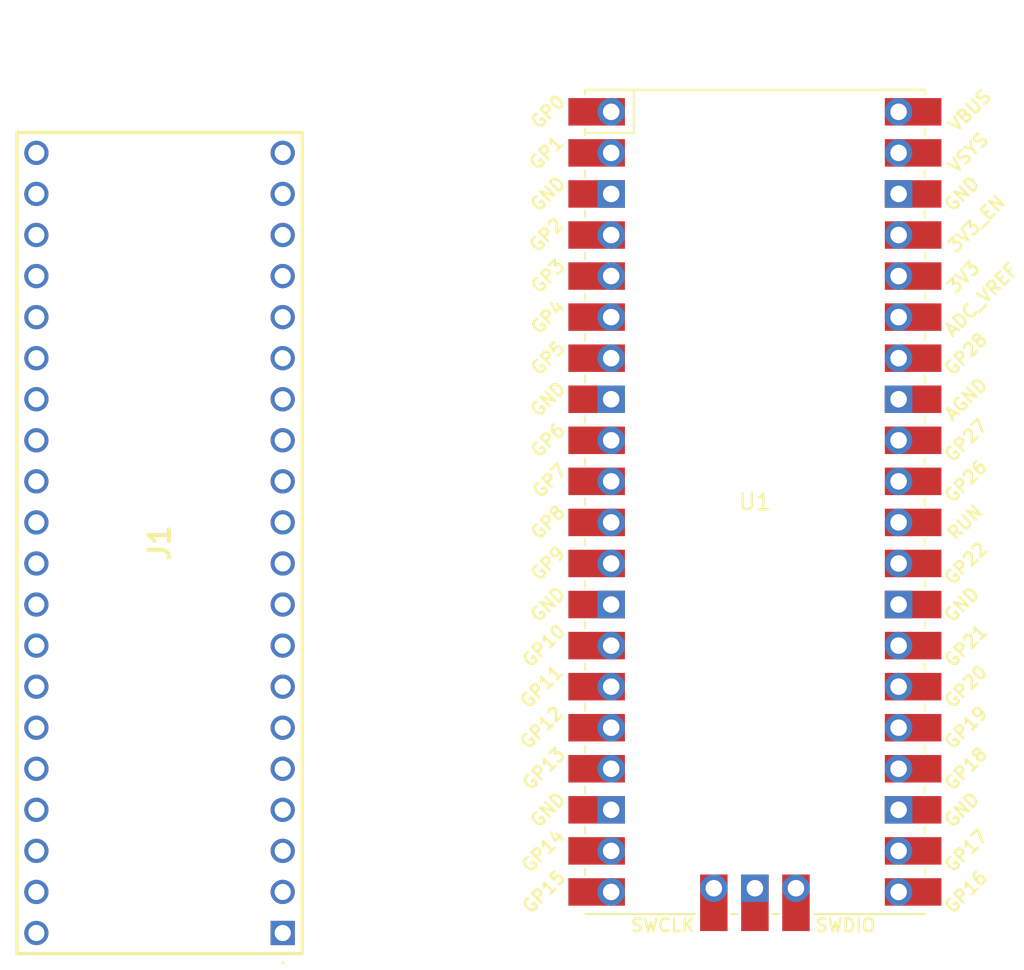
<source format=kicad_pcb>
(kicad_pcb (version 20221018) (generator pcbnew)
  (layers (0 "F.Cu" signal) (31 "B.Cu" signal) (34 "B.Paste" user) (35 "F.Paste" user) (36 "B.SilkS" user "B.Silkscreen") (37 "F.SilkS" user "F.Silkscreen") (38 "B.Mask" user) (39 "F.Mask" user) (44 "Edge.Cuts" user))
  (net 0 "")
  (footprint "Z-ICS0S40P-W000:ZICS0S40PW000" (layer "F.Cu") (at 88.9 111.76 90)
    (fp_text reference "J1" (at 24.13 -7.62 90) (layer "F.SilkS") (effects (font (size 1.27 1.27) (thickness 0.254))))
    (fp_text value "Z-ICS0S40P-W000" hide)
    (fp_line (start -1.9 0) (end -1.9 0) (stroke (width 0.1)) (layer "F.SilkS"))
    (fp_line (start -1.8 0) (end -1.8 0) (stroke (width 0.1)) (layer "F.SilkS"))
    (fp_line (start -1.27 -16.44) (end 49.53 -16.44) (stroke (width 0.2)) (layer "F.SilkS"))
    (fp_line (start -1.27 1.2) (end -1.27 -16.44) (stroke (width 0.2)) (layer "F.SilkS"))
    (fp_line (start 49.53 -16.44) (end 49.53 1.2) (stroke (width 0.2)) (layer "F.SilkS"))
    (fp_line (start 49.53 1.2) (end -1.27 1.2) (stroke (width 0.2)) (layer "F.SilkS"))
    (fp_arc (start -1.9 0) (mid -1.85 -0.05) (end -1.8 0) (stroke (width 0.1)) (layer "F.SilkS"))
    (fp_arc (start -1.8 0) (mid -1.85 0.05) (end -1.9 0) (stroke (width 0.1)) (layer "F.SilkS"))
    (pad "1" thru_hole rect (at 0 0 90) (size 1.5 1.5) (drill 1) (layers "*.Cu" "*.Mask"))
    (pad "2" thru_hole circle (at 2.54 0 90) (size 1.5 1.5) (drill 1) (layers "*.Cu" "*.Mask"))
    (pad "3" thru_hole circle (at 5.08 0 90) (size 1.5 1.5) (drill 1) (layers "*.Cu" "*.Mask"))
    (pad "4" thru_hole circle (at 7.62 0 90) (size 1.5 1.5) (drill 1) (layers "*.Cu" "*.Mask"))
    (pad "5" thru_hole circle (at 10.16 0 90) (size 1.5 1.5) (drill 1) (layers "*.Cu" "*.Mask"))
    (pad "6" thru_hole circle (at 12.7 0 90) (size 1.5 1.5) (drill 1) (layers "*.Cu" "*.Mask"))
    (pad "7" thru_hole circle (at 15.24 0 90) (size 1.5 1.5) (drill 1) (layers "*.Cu" "*.Mask"))
    (pad "8" thru_hole circle (at 17.78 0 90) (size 1.5 1.5) (drill 1) (layers "*.Cu" "*.Mask"))
    (pad "9" thru_hole circle (at 20.32 0 90) (size 1.5 1.5) (drill 1) (layers "*.Cu" "*.Mask"))
    (pad "10" thru_hole circle (at 22.86 0 90) (size 1.5 1.5) (drill 1) (layers "*.Cu" "*.Mask"))
    (pad "11" thru_hole circle (at 25.4 0 90) (size 1.5 1.5) (drill 1) (layers "*.Cu" "*.Mask"))
    (pad "12" thru_hole circle (at 27.94 0 90) (size 1.5 1.5) (drill 1) (layers "*.Cu" "*.Mask"))
    (pad "13" thru_hole circle (at 30.48 0 90) (size 1.5 1.5) (drill 1) (layers "*.Cu" "*.Mask"))
    (pad "14" thru_hole circle (at 33.02 0 90) (size 1.5 1.5) (drill 1) (layers "*.Cu" "*.Mask"))
    (pad "15" thru_hole circle (at 35.56 0 90) (size 1.5 1.5) (drill 1) (layers "*.Cu" "*.Mask"))
    (pad "16" thru_hole circle (at 38.1 0 90) (size 1.5 1.5) (drill 1) (layers "*.Cu" "*.Mask"))
    (pad "17" thru_hole circle (at 40.64 0 90) (size 1.5 1.5) (drill 1) (layers "*.Cu" "*.Mask"))
    (pad "18" thru_hole circle (at 43.18 0 90) (size 1.5 1.5) (drill 1) (layers "*.Cu" "*.Mask"))
    (pad "19" thru_hole circle (at 45.72 0 90) (size 1.5 1.5) (drill 1) (layers "*.Cu" "*.Mask"))
    (pad "20" thru_hole circle (at 48.26 0 90) (size 1.5 1.5) (drill 1) (layers "*.Cu" "*.Mask"))
    (pad "21" thru_hole circle (at 48.26 -15.24 90) (size 1.5 1.5) (drill 1) (layers "*.Cu" "*.Mask"))
    (pad "22" thru_hole circle (at 45.72 -15.24 90) (size 1.5 1.5) (drill 1) (layers "*.Cu" "*.Mask"))
    (pad "23" thru_hole circle (at 43.18 -15.24 90) (size 1.5 1.5) (drill 1) (layers "*.Cu" "*.Mask"))
    (pad "24" thru_hole circle (at 40.64 -15.24 90) (size 1.5 1.5) (drill 1) (layers "*.Cu" "*.Mask"))
    (pad "25" thru_hole circle (at 38.1 -15.24 90) (size 1.5 1.5) (drill 1) (layers "*.Cu" "*.Mask"))
    (pad "26" thru_hole circle (at 35.56 -15.24 90) (size 1.5 1.5) (drill 1) (layers "*.Cu" "*.Mask"))
    (pad "27" thru_hole circle (at 33.02 -15.24 90) (size 1.5 1.5) (drill 1) (layers "*.Cu" "*.Mask"))
    (pad "28" thru_hole circle (at 30.48 -15.24 90) (size 1.5 1.5) (drill 1) (layers "*.Cu" "*.Mask"))
    (pad "29" thru_hole circle (at 27.94 -15.24 90) (size 1.5 1.5) (drill 1) (layers "*.Cu" "*.Mask"))
    (pad "30" thru_hole circle (at 25.4 -15.24 90) (size 1.5 1.5) (drill 1) (layers "*.Cu" "*.Mask"))
    (pad "31" thru_hole circle (at 22.86 -15.24 90) (size 1.5 1.5) (drill 1) (layers "*.Cu" "*.Mask"))
    (pad "32" thru_hole circle (at 20.32 -15.24 90) (size 1.5 1.5) (drill 1) (layers "*.Cu" "*.Mask"))
    (pad "33" thru_hole circle (at 17.78 -15.24 90) (size 1.5 1.5) (drill 1) (layers "*.Cu" "*.Mask"))
    (pad "34" thru_hole circle (at 15.24 -15.24 90) (size 1.5 1.5) (drill 1) (layers "*.Cu" "*.Mask"))
    (pad "35" thru_hole circle (at 12.7 -15.24 90) (size 1.5 1.5) (drill 1) (layers "*.Cu" "*.Mask"))
    (pad "36" thru_hole circle (at 10.16 -15.24 90) (size 1.5 1.5) (drill 1) (layers "*.Cu" "*.Mask"))
    (pad "37" thru_hole circle (at 7.62 -15.24 90) (size 1.5 1.5) (drill 1) (layers "*.Cu" "*.Mask"))
    (pad "38" thru_hole circle (at 5.08 -15.24 90) (size 1.5 1.5) (drill 1) (layers "*.Cu" "*.Mask"))
    (pad "39" thru_hole circle (at 2.54 -15.24 90) (size 1.5 1.5) (drill 1) (layers "*.Cu" "*.Mask"))
    (pad "40" thru_hole circle (at 0 -15.24 90) (size 1.5 1.5) (drill 1) (layers "*.Cu" "*.Mask"))
  )
  (footprint "MCU_RaspberryPi_and_Boards:RPi_Pico_SMD_TH" (layer "F.Cu") (at 118.11 85.09)
    (fp_text reference "U1" (at 0 0) (layer "F.SilkS"))
    (fp_text value "Pico")
    (fp_text user "GP6" (at -12.8 -3.81 45) (layer "F.SilkS") (effects (font (size 0.8 0.8))))
    (fp_text user "GND" (at 12.8 6.35 45) (layer "F.SilkS") (effects (font (size 0.8 0.8))))
    (fp_text user "GP26" (at 13.054 -1.27 45) (layer "F.SilkS") (effects (font (size 0.8 0.8))))
    (fp_text user "SWDIO" (at 5.6 26.2) (layer "F.SilkS") (effects (font (size 0.8 0.8))))
    (fp_text user "GP14" (at -13.1 21.59 45) (layer "F.SilkS") (effects (font (size 0.8 0.8))))
    (fp_text user "GND" (at -12.8 -19.05 45) (layer "F.SilkS") (effects (font (size 0.8 0.8))))
    (fp_text user "GP2" (at -12.9 -16.51 45) (layer "F.SilkS") (effects (font (size 0.8 0.8))))
    (fp_text user "GP15" (at -13.054 24.13 45) (layer "F.SilkS") (effects (font (size 0.8 0.8))))
    (fp_text user "AGND" (at 13.054 -6.35 45) (layer "F.SilkS") (effects (font (size 0.8 0.8))))
    (fp_text user "GP13" (at -13.054 16.51 45) (layer "F.SilkS") (effects (font (size 0.8 0.8))))
    (fp_text user "GND" (at -12.8 19.05 45) (layer "F.SilkS") (effects (font (size 0.8 0.8))))
    (fp_text user "SWCLK" (at -5.7 26.2) (layer "F.SilkS") (effects (font (size 0.8 0.8))))
    (fp_text user "3V3_EN" (at 13.7 -17.2 45) (layer "F.SilkS") (effects (font (size 0.8 0.8))))
    (fp_text user "RUN" (at 13 1.27 45) (layer "F.SilkS") (effects (font (size 0.8 0.8))))
    (fp_text user "GP20" (at 13.054 11.43 45) (layer "F.SilkS") (effects (font (size 0.8 0.8))))
    (fp_text user "GP8" (at -12.8 1.27 45) (layer "F.SilkS") (effects (font (size 0.8 0.8))))
    (fp_text user "GP17" (at 13.054 21.59 45) (layer "F.SilkS") (effects (font (size 0.8 0.8))))
    (fp_text user "GP10" (at -13.054 8.89 45) (layer "F.SilkS") (effects (font (size 0.8 0.8))))
    (fp_text user "VBUS" (at 13.3 -24.2 45) (layer "F.SilkS") (effects (font (size 0.8 0.8))))
    (fp_text user "GP12" (at -13.2 13.97 45) (layer "F.SilkS") (effects (font (size 0.8 0.8))))
    (fp_text user "GP9" (at -12.8 3.81 45) (layer "F.SilkS") (effects (font (size 0.8 0.8))))
    (fp_text user "GP22" (at 13.054 3.81 45) (layer "F.SilkS") (effects (font (size 0.8 0.8))))
    (fp_text user "GP27" (at 13.054 -3.8 45) (layer "F.SilkS") (effects (font (size 0.8 0.8))))
    (fp_text user "GP18" (at 13.054 16.51 45) (layer "F.SilkS") (effects (font (size 0.8 0.8))))
    (fp_text user "GP7" (at -12.7 -1.3 45) (layer "F.SilkS") (effects (font (size 0.8 0.8))))
    (fp_text user "GND" (at 12.8 -19.05 45) (layer "F.SilkS") (effects (font (size 0.8 0.8))))
    (fp_text user "GP0" (at -12.8 -24.13 45) (layer "F.SilkS") (effects (font (size 0.8 0.8))))
    (fp_text user "GND" (at -12.8 -6.35 45) (layer "F.SilkS") (effects (font (size 0.8 0.8))))
    (fp_text user "3V3" (at 12.9 -13.9 45) (layer "F.SilkS") (effects (font (size 0.8 0.8))))
    (fp_text user "GP5" (at -12.8 -8.89 45) (layer "F.SilkS") (effects (font (size 0.8 0.8))))
    (fp_text user "VSYS" (at 13.2 -21.59 45) (layer "F.SilkS") (effects (font (size 0.8 0.8))))
    (fp_text user "GP11" (at -13.2 11.43 45) (layer "F.SilkS") (effects (font (size 0.8 0.8))))
    (fp_text user "GP4" (at -12.8 -11.43 45) (layer "F.SilkS") (effects (font (size 0.8 0.8))))
    (fp_text user "GP28" (at 13.054 -9.144 45) (layer "F.SilkS") (effects (font (size 0.8 0.8))))
    (fp_text user "GP19" (at 13.054 13.97 45) (layer "F.SilkS") (effects (font (size 0.8 0.8))))
    (fp_text user "GP1" (at -12.9 -21.6 45) (layer "F.SilkS") (effects (font (size 0.8 0.8))))
    (fp_text user "ADC_VREF" (at 14 -12.5 45) (layer "F.SilkS") (effects (font (size 0.8 0.8))))
    (fp_text user "GND" (at 12.8 19.05 45) (layer "F.SilkS") (effects (font (size 0.8 0.8))))
    (fp_text user "GND" (at -12.8 6.35 45) (layer "F.SilkS") (effects (font (size 0.8 0.8))))
    (fp_text user "GP16" (at 13.054 24.13 45) (layer "F.SilkS") (effects (font (size 0.8 0.8))))
    (fp_text user "GP3" (at -12.8 -13.97 45) (layer "F.SilkS") (effects (font (size 0.8 0.8))))
    (fp_text user "GP21" (at 13.054 8.9 45) (layer "F.SilkS") (effects (font (size 0.8 0.8))))
    (fp_line (start -10.5 -25.5) (end -10.5 -25.2) (stroke (width 0.12)) (layer "F.SilkS"))
    (fp_line (start -10.5 -25.5) (end 10.5 -25.5) (stroke (width 0.12)) (layer "F.SilkS"))
    (fp_line (start -10.5 -23.1) (end -10.5 -22.7) (stroke (width 0.12)) (layer "F.SilkS"))
    (fp_line (start -10.5 -22.833) (end -7.493 -22.833) (stroke (width 0.12)) (layer "F.SilkS"))
    (fp_line (start -10.5 -20.5) (end -10.5 -20.1) (stroke (width 0.12)) (layer "F.SilkS"))
    (fp_line (start -10.5 -18) (end -10.5 -17.6) (stroke (width 0.12)) (layer "F.SilkS"))
    (fp_line (start -10.5 -15.4) (end -10.5 -15) (stroke (width 0.12)) (layer "F.SilkS"))
    (fp_line (start -10.5 -12.9) (end -10.5 -12.5) (stroke (width 0.12)) (layer "F.SilkS"))
    (fp_line (start -10.5 -10.4) (end -10.5 -10) (stroke (width 0.12)) (layer "F.SilkS"))
    (fp_line (start -10.5 -7.8) (end -10.5 -7.4) (stroke (width 0.12)) (layer "F.SilkS"))
    (fp_line (start -10.5 -5.3) (end -10.5 -4.9) (stroke (width 0.12)) (layer "F.SilkS"))
    (fp_line (start -10.5 -2.7) (end -10.5 -2.3) (stroke (width 0.12)) (layer "F.SilkS"))
    (fp_line (start -10.5 -0.2) (end -10.5 0.2) (stroke (width 0.12)) (layer "F.SilkS"))
    (fp_line (start -10.5 2.3) (end -10.5 2.7) (stroke (width 0.12)) (layer "F.SilkS"))
    (fp_line (start -10.5 4.9) (end -10.5 5.3) (stroke (width 0.12)) (layer "F.SilkS"))
    (fp_line (start -10.5 7.4) (end -10.5 7.8) (stroke (width 0.12)) (layer "F.SilkS"))
    (fp_line (start -10.5 10) (end -10.5 10.4) (stroke (width 0.12)) (layer "F.SilkS"))
    (fp_line (start -10.5 12.5) (end -10.5 12.9) (stroke (width 0.12)) (layer "F.SilkS"))
    (fp_line (start -10.5 15.1) (end -10.5 15.5) (stroke (width 0.12)) (layer "F.SilkS"))
    (fp_line (start -10.5 17.6) (end -10.5 18) (stroke (width 0.12)) (layer "F.SilkS"))
    (fp_line (start -10.5 20.1) (end -10.5 20.5) (stroke (width 0.12)) (layer "F.SilkS"))
    (fp_line (start -10.5 22.7) (end -10.5 23.1) (stroke (width 0.12)) (layer "F.SilkS"))
    (fp_line (start -7.493 -22.833) (end -7.493 -25.5) (stroke (width 0.12)) (layer "F.SilkS"))
    (fp_line (start -3.7 25.5) (end -10.5 25.5) (stroke (width 0.12)) (layer "F.SilkS"))
    (fp_line (start -1.5 25.5) (end -1.1 25.5) (stroke (width 0.12)) (layer "F.SilkS"))
    (fp_line (start 1.1 25.5) (end 1.5 25.5) (stroke (width 0.12)) (layer "F.SilkS"))
    (fp_line (start 10.5 -25.5) (end 10.5 -25.2) (stroke (width 0.12)) (layer "F.SilkS"))
    (fp_line (start 10.5 -23.1) (end 10.5 -22.7) (stroke (width 0.12)) (layer "F.SilkS"))
    (fp_line (start 10.5 -20.5) (end 10.5 -20.1) (stroke (width 0.12)) (layer "F.SilkS"))
    (fp_line (start 10.5 -18) (end 10.5 -17.6) (stroke (width 0.12)) (layer "F.SilkS"))
    (fp_line (start 10.5 -15.4) (end 10.5 -15) (stroke (width 0.12)) (layer "F.SilkS"))
    (fp_line (start 10.5 -12.9) (end 10.5 -12.5) (stroke (width 0.12)) (layer "F.SilkS"))
    (fp_line (start 10.5 -10.4) (end 10.5 -10) (stroke (width 0.12)) (layer "F.SilkS"))
    (fp_line (start 10.5 -7.8) (end 10.5 -7.4) (stroke (width 0.12)) (layer "F.SilkS"))
    (fp_line (start 10.5 -5.3) (end 10.5 -4.9) (stroke (width 0.12)) (layer "F.SilkS"))
    (fp_line (start 10.5 -2.7) (end 10.5 -2.3) (stroke (width 0.12)) (layer "F.SilkS"))
    (fp_line (start 10.5 -0.2) (end 10.5 0.2) (stroke (width 0.12)) (layer "F.SilkS"))
    (fp_line (start 10.5 2.3) (end 10.5 2.7) (stroke (width 0.12)) (layer "F.SilkS"))
    (fp_line (start 10.5 4.9) (end 10.5 5.3) (stroke (width 0.12)) (layer "F.SilkS"))
    (fp_line (start 10.5 7.4) (end 10.5 7.8) (stroke (width 0.12)) (layer "F.SilkS"))
    (fp_line (start 10.5 10) (end 10.5 10.4) (stroke (width 0.12)) (layer "F.SilkS"))
    (fp_line (start 10.5 12.5) (end 10.5 12.9) (stroke (width 0.12)) (layer "F.SilkS"))
    (fp_line (start 10.5 15.1) (end 10.5 15.5) (stroke (width 0.12)) (layer "F.SilkS"))
    (fp_line (start 10.5 17.6) (end 10.5 18) (stroke (width 0.12)) (layer "F.SilkS"))
    (fp_line (start 10.5 20.1) (end 10.5 20.5) (stroke (width 0.12)) (layer "F.SilkS"))
    (fp_line (start 10.5 22.7) (end 10.5 23.1) (stroke (width 0.12)) (layer "F.SilkS"))
    (fp_line (start 10.5 25.5) (end 3.7 25.5) (stroke (width 0.12)) (layer "F.SilkS"))
    (pad "" np_thru_hole oval (at -2.725 -24) (size 1.8 1.8) (drill 1.8) (layers "*.Cu" "*.Mask"))
    (pad "" np_thru_hole oval (at -2.425 -20.97) (size 1.5 1.5) (drill 1.5) (layers "*.Cu" "*.Mask"))
    (pad "" np_thru_hole oval (at 2.425 -20.97) (size 1.5 1.5) (drill 1.5) (layers "*.Cu" "*.Mask"))
    (pad "" np_thru_hole oval (at 2.725 -24) (size 1.8 1.8) (drill 1.8) (layers "*.Cu" "*.Mask"))
    (pad "1" thru_hole oval (at -8.89 -24.13) (size 1.7 1.7) (drill 1.02) (layers "*.Cu" "*.Mask"))
    (pad "1" smd rect (at -8.89 -24.13) (size 3.5 1.7) (drill (offset -0.9 0)) (layers "F.Cu" "F.Mask"))
    (pad "2" thru_hole oval (at -8.89 -21.59) (size 1.7 1.7) (drill 1.02) (layers "*.Cu" "*.Mask"))
    (pad "2" smd rect (at -8.89 -21.59) (size 3.5 1.7) (drill (offset -0.9 0)) (layers "F.Cu" "F.Mask"))
    (pad "3" thru_hole rect (at -8.89 -19.05) (size 1.7 1.7) (drill 1.02) (layers "*.Cu" "*.Mask"))
    (pad "3" smd rect (at -8.89 -19.05) (size 3.5 1.7) (drill (offset -0.9 0)) (layers "F.Cu" "F.Mask"))
    (pad "4" thru_hole oval (at -8.89 -16.51) (size 1.7 1.7) (drill 1.02) (layers "*.Cu" "*.Mask"))
    (pad "4" smd rect (at -8.89 -16.51) (size 3.5 1.7) (drill (offset -0.9 0)) (layers "F.Cu" "F.Mask"))
    (pad "5" thru_hole oval (at -8.89 -13.97) (size 1.7 1.7) (drill 1.02) (layers "*.Cu" "*.Mask"))
    (pad "5" smd rect (at -8.89 -13.97) (size 3.5 1.7) (drill (offset -0.9 0)) (layers "F.Cu" "F.Mask"))
    (pad "6" thru_hole oval (at -8.89 -11.43) (size 1.7 1.7) (drill 1.02) (layers "*.Cu" "*.Mask"))
    (pad "6" smd rect (at -8.89 -11.43) (size 3.5 1.7) (drill (offset -0.9 0)) (layers "F.Cu" "F.Mask"))
    (pad "7" thru_hole oval (at -8.89 -8.89) (size 1.7 1.7) (drill 1.02) (layers "*.Cu" "*.Mask"))
    (pad "7" smd rect (at -8.89 -8.89) (size 3.5 1.7) (drill (offset -0.9 0)) (layers "F.Cu" "F.Mask"))
    (pad "8" thru_hole rect (at -8.89 -6.35) (size 1.7 1.7) (drill 1.02) (layers "*.Cu" "*.Mask"))
    (pad "8" smd rect (at -8.89 -6.35) (size 3.5 1.7) (drill (offset -0.9 0)) (layers "F.Cu" "F.Mask"))
    (pad "9" thru_hole oval (at -8.89 -3.81) (size 1.7 1.7) (drill 1.02) (layers "*.Cu" "*.Mask"))
    (pad "9" smd rect (at -8.89 -3.81) (size 3.5 1.7) (drill (offset -0.9 0)) (layers "F.Cu" "F.Mask"))
    (pad "10" thru_hole oval (at -8.89 -1.27) (size 1.7 1.7) (drill 1.02) (layers "*.Cu" "*.Mask"))
    (pad "10" smd rect (at -8.89 -1.27) (size 3.5 1.7) (drill (offset -0.9 0)) (layers "F.Cu" "F.Mask"))
    (pad "11" thru_hole oval (at -8.89 1.27) (size 1.7 1.7) (drill 1.02) (layers "*.Cu" "*.Mask"))
    (pad "11" smd rect (at -8.89 1.27) (size 3.5 1.7) (drill (offset -0.9 0)) (layers "F.Cu" "F.Mask"))
    (pad "12" thru_hole oval (at -8.89 3.81) (size 1.7 1.7) (drill 1.02) (layers "*.Cu" "*.Mask"))
    (pad "12" smd rect (at -8.89 3.81) (size 3.5 1.7) (drill (offset -0.9 0)) (layers "F.Cu" "F.Mask"))
    (pad "13" thru_hole rect (at -8.89 6.35) (size 1.7 1.7) (drill 1.02) (layers "*.Cu" "*.Mask"))
    (pad "13" smd rect (at -8.89 6.35) (size 3.5 1.7) (drill (offset -0.9 0)) (layers "F.Cu" "F.Mask"))
    (pad "14" thru_hole oval (at -8.89 8.89) (size 1.7 1.7) (drill 1.02) (layers "*.Cu" "*.Mask"))
    (pad "14" smd rect (at -8.89 8.89) (size 3.5 1.7) (drill (offset -0.9 0)) (layers "F.Cu" "F.Mask"))
    (pad "15" thru_hole oval (at -8.89 11.43) (size 1.7 1.7) (drill 1.02) (layers "*.Cu" "*.Mask"))
    (pad "15" smd rect (at -8.89 11.43) (size 3.5 1.7) (drill (offset -0.9 0)) (layers "F.Cu" "F.Mask"))
    (pad "16" thru_hole oval (at -8.89 13.97) (size 1.7 1.7) (drill 1.02) (layers "*.Cu" "*.Mask"))
    (pad "16" smd rect (at -8.89 13.97) (size 3.5 1.7) (drill (offset -0.9 0)) (layers "F.Cu" "F.Mask"))
    (pad "17" thru_hole oval (at -8.89 16.51) (size 1.7 1.7) (drill 1.02) (layers "*.Cu" "*.Mask"))
    (pad "17" smd rect (at -8.89 16.51) (size 3.5 1.7) (drill (offset -0.9 0)) (layers "F.Cu" "F.Mask"))
    (pad "18" thru_hole rect (at -8.89 19.05) (size 1.7 1.7) (drill 1.02) (layers "*.Cu" "*.Mask"))
    (pad "18" smd rect (at -8.89 19.05) (size 3.5 1.7) (drill (offset -0.9 0)) (layers "F.Cu" "F.Mask"))
    (pad "19" thru_hole oval (at -8.89 21.59) (size 1.7 1.7) (drill 1.02) (layers "*.Cu" "*.Mask"))
    (pad "19" smd rect (at -8.89 21.59) (size 3.5 1.7) (drill (offset -0.9 0)) (layers "F.Cu" "F.Mask"))
    (pad "20" thru_hole oval (at -8.89 24.13) (size 1.7 1.7) (drill 1.02) (layers "*.Cu" "*.Mask"))
    (pad "20" smd rect (at -8.89 24.13) (size 3.5 1.7) (drill (offset -0.9 0)) (layers "F.Cu" "F.Mask"))
    (pad "21" thru_hole oval (at 8.89 24.13) (size 1.7 1.7) (drill 1.02) (layers "*.Cu" "*.Mask"))
    (pad "21" smd rect (at 8.89 24.13) (size 3.5 1.7) (drill (offset 0.9 0)) (layers "F.Cu" "F.Mask"))
    (pad "22" thru_hole oval (at 8.89 21.59) (size 1.7 1.7) (drill 1.02) (layers "*.Cu" "*.Mask"))
    (pad "22" smd rect (at 8.89 21.59) (size 3.5 1.7) (drill (offset 0.9 0)) (layers "F.Cu" "F.Mask"))
    (pad "23" thru_hole rect (at 8.89 19.05) (size 1.7 1.7) (drill 1.02) (layers "*.Cu" "*.Mask"))
    (pad "23" smd rect (at 8.89 19.05) (size 3.5 1.7) (drill (offset 0.9 0)) (layers "F.Cu" "F.Mask"))
    (pad "24" thru_hole oval (at 8.89 16.51) (size 1.7 1.7) (drill 1.02) (layers "*.Cu" "*.Mask"))
    (pad "24" smd rect (at 8.89 16.51) (size 3.5 1.7) (drill (offset 0.9 0)) (layers "F.Cu" "F.Mask"))
    (pad "25" thru_hole oval (at 8.89 13.97) (size 1.7 1.7) (drill 1.02) (layers "*.Cu" "*.Mask"))
    (pad "25" smd rect (at 8.89 13.97) (size 3.5 1.7) (drill (offset 0.9 0)) (layers "F.Cu" "F.Mask"))
    (pad "26" thru_hole oval (at 8.89 11.43) (size 1.7 1.7) (drill 1.02) (layers "*.Cu" "*.Mask"))
    (pad "26" smd rect (at 8.89 11.43) (size 3.5 1.7) (drill (offset 0.9 0)) (layers "F.Cu" "F.Mask"))
    (pad "27" thru_hole oval (at 8.89 8.89) (size 1.7 1.7) (drill 1.02) (layers "*.Cu" "*.Mask"))
    (pad "27" smd rect (at 8.89 8.89) (size 3.5 1.7) (drill (offset 0.9 0)) (layers "F.Cu" "F.Mask"))
    (pad "28" thru_hole rect (at 8.89 6.35) (size 1.7 1.7) (drill 1.02) (layers "*.Cu" "*.Mask"))
    (pad "28" smd rect (at 8.89 6.35) (size 3.5 1.7) (drill (offset 0.9 0)) (layers "F.Cu" "F.Mask"))
    (pad "29" thru_hole oval (at 8.89 3.81) (size 1.7 1.7) (drill 1.02) (layers "*.Cu" "*.Mask"))
    (pad "29" smd rect (at 8.89 3.81) (size 3.5 1.7) (drill (offset 0.9 0)) (layers "F.Cu" "F.Mask"))
    (pad "30" thru_hole oval (at 8.89 1.27) (size 1.7 1.7) (drill 1.02) (layers "*.Cu" "*.Mask"))
    (pad "30" smd rect (at 8.89 1.27) (size 3.5 1.7) (drill (offset 0.9 0)) (layers "F.Cu" "F.Mask"))
    (pad "31" thru_hole oval (at 8.89 -1.27) (size 1.7 1.7) (drill 1.02) (layers "*.Cu" "*.Mask"))
    (pad "31" smd rect (at 8.89 -1.27) (size 3.5 1.7) (drill (offset 0.9 0)) (layers "F.Cu" "F.Mask"))
    (pad "32" thru_hole oval (at 8.89 -3.81) (size 1.7 1.7) (drill 1.02) (layers "*.Cu" "*.Mask"))
    (pad "32" smd rect (at 8.89 -3.81) (size 3.5 1.7) (drill (offset 0.9 0)) (layers "F.Cu" "F.Mask"))
    (pad "33" thru_hole rect (at 8.89 -6.35) (size 1.7 1.7) (drill 1.02) (layers "*.Cu" "*.Mask"))
    (pad "33" smd rect (at 8.89 -6.35) (size 3.5 1.7) (drill (offset 0.9 0)) (layers "F.Cu" "F.Mask"))
    (pad "34" thru_hole oval (at 8.89 -8.89) (size 1.7 1.7) (drill 1.02) (layers "*.Cu" "*.Mask"))
    (pad "34" smd rect (at 8.89 -8.89) (size 3.5 1.7) (drill (offset 0.9 0)) (layers "F.Cu" "F.Mask"))
    (pad "35" thru_hole oval (at 8.89 -11.43) (size 1.7 1.7) (drill 1.02) (layers "*.Cu" "*.Mask"))
    (pad "35" smd rect (at 8.89 -11.43) (size 3.5 1.7) (drill (offset 0.9 0)) (layers "F.Cu" "F.Mask"))
    (pad "36" thru_hole oval (at 8.89 -13.97) (size 1.7 1.7) (drill 1.02) (layers "*.Cu" "*.Mask"))
    (pad "36" smd rect (at 8.89 -13.97) (size 3.5 1.7) (drill (offset 0.9 0)) (layers "F.Cu" "F.Mask"))
    (pad "37" thru_hole oval (at 8.89 -16.51) (size 1.7 1.7) (drill 1.02) (layers "*.Cu" "*.Mask"))
    (pad "37" smd rect (at 8.89 -16.51) (size 3.5 1.7) (drill (offset 0.9 0)) (layers "F.Cu" "F.Mask"))
    (pad "38" thru_hole rect (at 8.89 -19.05) (size 1.7 1.7) (drill 1.02) (layers "*.Cu" "*.Mask"))
    (pad "38" smd rect (at 8.89 -19.05) (size 3.5 1.7) (drill (offset 0.9 0)) (layers "F.Cu" "F.Mask"))
    (pad "39" thru_hole oval (at 8.89 -21.59) (size 1.7 1.7) (drill 1.02) (layers "*.Cu" "*.Mask"))
    (pad "39" smd rect (at 8.89 -21.59) (size 3.5 1.7) (drill (offset 0.9 0)) (layers "F.Cu" "F.Mask"))
    (pad "40" thru_hole oval (at 8.89 -24.13) (size 1.7 1.7) (drill 1.02) (layers "*.Cu" "*.Mask"))
    (pad "40" smd rect (at 8.89 -24.13) (size 3.5 1.7) (drill (offset 0.9 0)) (layers "F.Cu" "F.Mask"))
    (pad "41" thru_hole oval (at -2.54 23.9) (size 1.7 1.7) (drill 1.02) (layers "*.Cu" "*.Mask"))
    (pad "41" smd rect (at -2.54 23.9 90) (size 3.5 1.7) (drill (offset -0.9 0)) (layers "F.Cu" "F.Mask"))
    (pad "42" thru_hole rect (at 0 23.9) (size 1.7 1.7) (drill 1.02) (layers "*.Cu" "*.Mask"))
    (pad "42" smd rect (at 0 23.9 90) (size 3.5 1.7) (drill (offset -0.9 0)) (layers "F.Cu" "F.Mask"))
    (pad "43" thru_hole oval (at 2.54 23.9) (size 1.7 1.7) (drill 1.02) (layers "*.Cu" "*.Mask"))
    (pad "43" smd rect (at 2.54 23.9 90) (size 3.5 1.7) (drill (offset -0.9 0)) (layers "F.Cu" "F.Mask"))
  )
)
</source>
